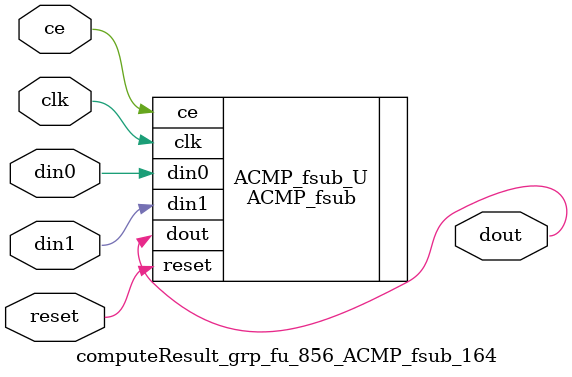
<source format=v>

`timescale 1 ns / 1 ps
module computeResult_grp_fu_856_ACMP_fsub_164(
    clk,
    reset,
    ce,
    din0,
    din1,
    dout);

parameter ID = 32'd1;
parameter NUM_STAGE = 32'd1;
parameter din0_WIDTH = 32'd1;
parameter din1_WIDTH = 32'd1;
parameter dout_WIDTH = 32'd1;
input clk;
input reset;
input ce;
input[din0_WIDTH - 1:0] din0;
input[din1_WIDTH - 1:0] din1;
output[dout_WIDTH - 1:0] dout;



ACMP_fsub #(
.ID( ID ),
.NUM_STAGE( 4 ),
.din0_WIDTH( din0_WIDTH ),
.din1_WIDTH( din1_WIDTH ),
.dout_WIDTH( dout_WIDTH ))
ACMP_fsub_U(
    .clk( clk ),
    .reset( reset ),
    .ce( ce ),
    .din0( din0 ),
    .din1( din1 ),
    .dout( dout ));

endmodule

</source>
